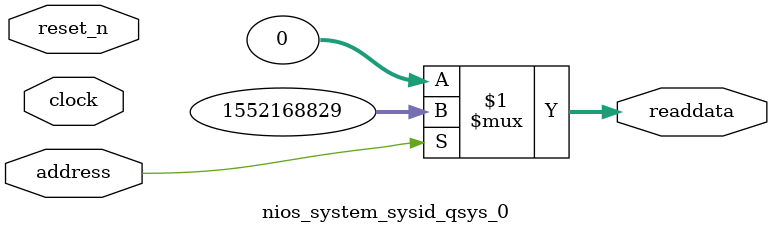
<source format=v>



// synthesis translate_off
`timescale 1ns / 1ps
// synthesis translate_on

// turn off superfluous verilog processor warnings 
// altera message_level Level1 
// altera message_off 10034 10035 10036 10037 10230 10240 10030 

module nios_system_sysid_qsys_0 (
               // inputs:
                address,
                clock,
                reset_n,

               // outputs:
                readdata
             )
;

  output  [ 31: 0] readdata;
  input            address;
  input            clock;
  input            reset_n;

  wire    [ 31: 0] readdata;
  //control_slave, which is an e_avalon_slave
  assign readdata = address ? 1552168829 : 0;

endmodule



</source>
